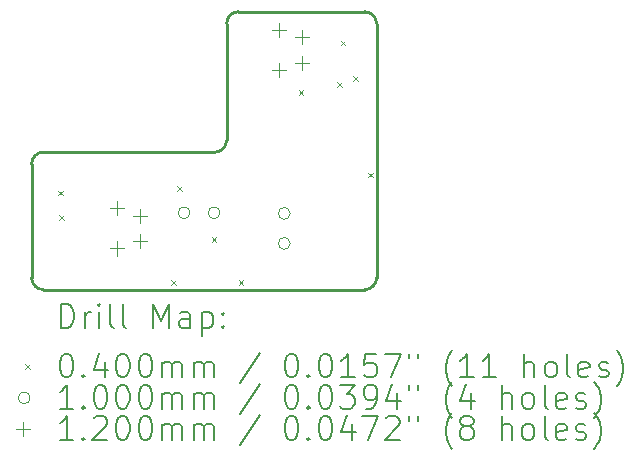
<source format=gbr>
%TF.GenerationSoftware,KiCad,Pcbnew,7.0.6*%
%TF.CreationDate,2024-04-06T17:48:30-04:00*%
%TF.ProjectId,rearbox_peripheral_io_side,72656172-626f-4785-9f70-657269706865,rev?*%
%TF.SameCoordinates,Original*%
%TF.FileFunction,Drillmap*%
%TF.FilePolarity,Positive*%
%FSLAX45Y45*%
G04 Gerber Fmt 4.5, Leading zero omitted, Abs format (unit mm)*
G04 Created by KiCad (PCBNEW 7.0.6) date 2024-04-06 17:48:30*
%MOMM*%
%LPD*%
G01*
G04 APERTURE LIST*
%ADD10C,0.250000*%
%ADD11C,0.200000*%
%ADD12C,0.040000*%
%ADD13C,0.100000*%
%ADD14C,0.120000*%
G04 APERTURE END LIST*
D10*
X10046640Y-6319520D02*
G75*
G03*
X9946640Y-6419520I0J-100000D01*
G01*
X11216640Y-6419520D02*
G75*
G03*
X11116640Y-6319520I-100000J0D01*
G01*
X9846640Y-7508240D02*
G75*
G03*
X9946640Y-7408240I0J100000D01*
G01*
X9946640Y-7408240D02*
X9946640Y-6419520D01*
X11116640Y-8671560D02*
G75*
G03*
X11216640Y-8571560I0J100000D01*
G01*
X11116640Y-8671560D02*
X8395640Y-8671560D01*
X9846640Y-7508240D02*
X8395640Y-7508240D01*
X11116640Y-6319520D02*
X10046640Y-6319520D01*
X8395640Y-7508240D02*
G75*
G03*
X8295640Y-7608240I0J-100000D01*
G01*
X8295640Y-7608240D02*
X8295640Y-8571560D01*
X8295640Y-8571560D02*
G75*
G03*
X8395640Y-8671560I100000J0D01*
G01*
X11216640Y-6419520D02*
X11216640Y-8571560D01*
D11*
D12*
X8519480Y-7833680D02*
X8559480Y-7873680D01*
X8559480Y-7833680D02*
X8519480Y-7873680D01*
X8529640Y-8041960D02*
X8569640Y-8081960D01*
X8569640Y-8041960D02*
X8529640Y-8081960D01*
X9474520Y-8590600D02*
X9514520Y-8630600D01*
X9514520Y-8590600D02*
X9474520Y-8630600D01*
X9525320Y-7793040D02*
X9565320Y-7833040D01*
X9565320Y-7793040D02*
X9525320Y-7833040D01*
X9819960Y-8224840D02*
X9859960Y-8264840D01*
X9859960Y-8224840D02*
X9819960Y-8264840D01*
X10048560Y-8590600D02*
X10088560Y-8630600D01*
X10088560Y-8590600D02*
X10048560Y-8630600D01*
X10556560Y-6985320D02*
X10596560Y-7025320D01*
X10596560Y-6985320D02*
X10556560Y-7025320D01*
X10881680Y-6914200D02*
X10921680Y-6954200D01*
X10921680Y-6914200D02*
X10881680Y-6954200D01*
X10912160Y-6563680D02*
X10952160Y-6603680D01*
X10952160Y-6563680D02*
X10912160Y-6603680D01*
X11018840Y-6863400D02*
X11058840Y-6903400D01*
X11058840Y-6863400D02*
X11018840Y-6903400D01*
X11145840Y-7681280D02*
X11185840Y-7721280D01*
X11185840Y-7681280D02*
X11145840Y-7721280D01*
D13*
X9636460Y-8021320D02*
G75*
G03*
X9636460Y-8021320I-50000J0D01*
G01*
X9890460Y-8021320D02*
G75*
G03*
X9890460Y-8021320I-50000J0D01*
G01*
X10484320Y-8026400D02*
G75*
G03*
X10484320Y-8026400I-50000J0D01*
G01*
X10484320Y-8280400D02*
G75*
G03*
X10484320Y-8280400I-50000J0D01*
G01*
D14*
X9019560Y-7923123D02*
X9019560Y-8043123D01*
X8959560Y-7983123D02*
X9079560Y-7983123D01*
X9019560Y-8263127D02*
X9019560Y-8383127D01*
X8959560Y-8323127D02*
X9079560Y-8323127D01*
X9214560Y-7985625D02*
X9214560Y-8105625D01*
X9154560Y-8045625D02*
X9274560Y-8045625D01*
X9214560Y-8200618D02*
X9214560Y-8320618D01*
X9154560Y-8260618D02*
X9274560Y-8260618D01*
X10392560Y-6412609D02*
X10392560Y-6532609D01*
X10332560Y-6472609D02*
X10452560Y-6472609D01*
X10392560Y-6752613D02*
X10392560Y-6872613D01*
X10332560Y-6812613D02*
X10452560Y-6812613D01*
X10587560Y-6475111D02*
X10587560Y-6595111D01*
X10527560Y-6535111D02*
X10647560Y-6535111D01*
X10587560Y-6690104D02*
X10587560Y-6810104D01*
X10527560Y-6750104D02*
X10647560Y-6750104D01*
D11*
X8543917Y-8995544D02*
X8543917Y-8795544D01*
X8543917Y-8795544D02*
X8591536Y-8795544D01*
X8591536Y-8795544D02*
X8620107Y-8805068D01*
X8620107Y-8805068D02*
X8639155Y-8824115D01*
X8639155Y-8824115D02*
X8648679Y-8843163D01*
X8648679Y-8843163D02*
X8658203Y-8881258D01*
X8658203Y-8881258D02*
X8658203Y-8909830D01*
X8658203Y-8909830D02*
X8648679Y-8947925D01*
X8648679Y-8947925D02*
X8639155Y-8966972D01*
X8639155Y-8966972D02*
X8620107Y-8986020D01*
X8620107Y-8986020D02*
X8591536Y-8995544D01*
X8591536Y-8995544D02*
X8543917Y-8995544D01*
X8743917Y-8995544D02*
X8743917Y-8862210D01*
X8743917Y-8900306D02*
X8753441Y-8881258D01*
X8753441Y-8881258D02*
X8762964Y-8871734D01*
X8762964Y-8871734D02*
X8782012Y-8862210D01*
X8782012Y-8862210D02*
X8801060Y-8862210D01*
X8867726Y-8995544D02*
X8867726Y-8862210D01*
X8867726Y-8795544D02*
X8858203Y-8805068D01*
X8858203Y-8805068D02*
X8867726Y-8814591D01*
X8867726Y-8814591D02*
X8877250Y-8805068D01*
X8877250Y-8805068D02*
X8867726Y-8795544D01*
X8867726Y-8795544D02*
X8867726Y-8814591D01*
X8991536Y-8995544D02*
X8972488Y-8986020D01*
X8972488Y-8986020D02*
X8962964Y-8966972D01*
X8962964Y-8966972D02*
X8962964Y-8795544D01*
X9096298Y-8995544D02*
X9077250Y-8986020D01*
X9077250Y-8986020D02*
X9067726Y-8966972D01*
X9067726Y-8966972D02*
X9067726Y-8795544D01*
X9324869Y-8995544D02*
X9324869Y-8795544D01*
X9324869Y-8795544D02*
X9391536Y-8938401D01*
X9391536Y-8938401D02*
X9458203Y-8795544D01*
X9458203Y-8795544D02*
X9458203Y-8995544D01*
X9639155Y-8995544D02*
X9639155Y-8890782D01*
X9639155Y-8890782D02*
X9629631Y-8871734D01*
X9629631Y-8871734D02*
X9610584Y-8862210D01*
X9610584Y-8862210D02*
X9572488Y-8862210D01*
X9572488Y-8862210D02*
X9553441Y-8871734D01*
X9639155Y-8986020D02*
X9620107Y-8995544D01*
X9620107Y-8995544D02*
X9572488Y-8995544D01*
X9572488Y-8995544D02*
X9553441Y-8986020D01*
X9553441Y-8986020D02*
X9543917Y-8966972D01*
X9543917Y-8966972D02*
X9543917Y-8947925D01*
X9543917Y-8947925D02*
X9553441Y-8928877D01*
X9553441Y-8928877D02*
X9572488Y-8919353D01*
X9572488Y-8919353D02*
X9620107Y-8919353D01*
X9620107Y-8919353D02*
X9639155Y-8909830D01*
X9734393Y-8862210D02*
X9734393Y-9062210D01*
X9734393Y-8871734D02*
X9753441Y-8862210D01*
X9753441Y-8862210D02*
X9791536Y-8862210D01*
X9791536Y-8862210D02*
X9810584Y-8871734D01*
X9810584Y-8871734D02*
X9820107Y-8881258D01*
X9820107Y-8881258D02*
X9829631Y-8900306D01*
X9829631Y-8900306D02*
X9829631Y-8957449D01*
X9829631Y-8957449D02*
X9820107Y-8976496D01*
X9820107Y-8976496D02*
X9810584Y-8986020D01*
X9810584Y-8986020D02*
X9791536Y-8995544D01*
X9791536Y-8995544D02*
X9753441Y-8995544D01*
X9753441Y-8995544D02*
X9734393Y-8986020D01*
X9915345Y-8976496D02*
X9924869Y-8986020D01*
X9924869Y-8986020D02*
X9915345Y-8995544D01*
X9915345Y-8995544D02*
X9905822Y-8986020D01*
X9905822Y-8986020D02*
X9915345Y-8976496D01*
X9915345Y-8976496D02*
X9915345Y-8995544D01*
X9915345Y-8871734D02*
X9924869Y-8881258D01*
X9924869Y-8881258D02*
X9915345Y-8890782D01*
X9915345Y-8890782D02*
X9905822Y-8881258D01*
X9905822Y-8881258D02*
X9915345Y-8871734D01*
X9915345Y-8871734D02*
X9915345Y-8890782D01*
D12*
X8243140Y-9304060D02*
X8283140Y-9344060D01*
X8283140Y-9304060D02*
X8243140Y-9344060D01*
D11*
X8582012Y-9215544D02*
X8601060Y-9215544D01*
X8601060Y-9215544D02*
X8620107Y-9225068D01*
X8620107Y-9225068D02*
X8629631Y-9234591D01*
X8629631Y-9234591D02*
X8639155Y-9253639D01*
X8639155Y-9253639D02*
X8648679Y-9291734D01*
X8648679Y-9291734D02*
X8648679Y-9339353D01*
X8648679Y-9339353D02*
X8639155Y-9377449D01*
X8639155Y-9377449D02*
X8629631Y-9396496D01*
X8629631Y-9396496D02*
X8620107Y-9406020D01*
X8620107Y-9406020D02*
X8601060Y-9415544D01*
X8601060Y-9415544D02*
X8582012Y-9415544D01*
X8582012Y-9415544D02*
X8562964Y-9406020D01*
X8562964Y-9406020D02*
X8553441Y-9396496D01*
X8553441Y-9396496D02*
X8543917Y-9377449D01*
X8543917Y-9377449D02*
X8534393Y-9339353D01*
X8534393Y-9339353D02*
X8534393Y-9291734D01*
X8534393Y-9291734D02*
X8543917Y-9253639D01*
X8543917Y-9253639D02*
X8553441Y-9234591D01*
X8553441Y-9234591D02*
X8562964Y-9225068D01*
X8562964Y-9225068D02*
X8582012Y-9215544D01*
X8734393Y-9396496D02*
X8743917Y-9406020D01*
X8743917Y-9406020D02*
X8734393Y-9415544D01*
X8734393Y-9415544D02*
X8724869Y-9406020D01*
X8724869Y-9406020D02*
X8734393Y-9396496D01*
X8734393Y-9396496D02*
X8734393Y-9415544D01*
X8915345Y-9282210D02*
X8915345Y-9415544D01*
X8867726Y-9206020D02*
X8820107Y-9348877D01*
X8820107Y-9348877D02*
X8943917Y-9348877D01*
X9058203Y-9215544D02*
X9077250Y-9215544D01*
X9077250Y-9215544D02*
X9096298Y-9225068D01*
X9096298Y-9225068D02*
X9105822Y-9234591D01*
X9105822Y-9234591D02*
X9115345Y-9253639D01*
X9115345Y-9253639D02*
X9124869Y-9291734D01*
X9124869Y-9291734D02*
X9124869Y-9339353D01*
X9124869Y-9339353D02*
X9115345Y-9377449D01*
X9115345Y-9377449D02*
X9105822Y-9396496D01*
X9105822Y-9396496D02*
X9096298Y-9406020D01*
X9096298Y-9406020D02*
X9077250Y-9415544D01*
X9077250Y-9415544D02*
X9058203Y-9415544D01*
X9058203Y-9415544D02*
X9039155Y-9406020D01*
X9039155Y-9406020D02*
X9029631Y-9396496D01*
X9029631Y-9396496D02*
X9020107Y-9377449D01*
X9020107Y-9377449D02*
X9010584Y-9339353D01*
X9010584Y-9339353D02*
X9010584Y-9291734D01*
X9010584Y-9291734D02*
X9020107Y-9253639D01*
X9020107Y-9253639D02*
X9029631Y-9234591D01*
X9029631Y-9234591D02*
X9039155Y-9225068D01*
X9039155Y-9225068D02*
X9058203Y-9215544D01*
X9248679Y-9215544D02*
X9267726Y-9215544D01*
X9267726Y-9215544D02*
X9286774Y-9225068D01*
X9286774Y-9225068D02*
X9296298Y-9234591D01*
X9296298Y-9234591D02*
X9305822Y-9253639D01*
X9305822Y-9253639D02*
X9315345Y-9291734D01*
X9315345Y-9291734D02*
X9315345Y-9339353D01*
X9315345Y-9339353D02*
X9305822Y-9377449D01*
X9305822Y-9377449D02*
X9296298Y-9396496D01*
X9296298Y-9396496D02*
X9286774Y-9406020D01*
X9286774Y-9406020D02*
X9267726Y-9415544D01*
X9267726Y-9415544D02*
X9248679Y-9415544D01*
X9248679Y-9415544D02*
X9229631Y-9406020D01*
X9229631Y-9406020D02*
X9220107Y-9396496D01*
X9220107Y-9396496D02*
X9210584Y-9377449D01*
X9210584Y-9377449D02*
X9201060Y-9339353D01*
X9201060Y-9339353D02*
X9201060Y-9291734D01*
X9201060Y-9291734D02*
X9210584Y-9253639D01*
X9210584Y-9253639D02*
X9220107Y-9234591D01*
X9220107Y-9234591D02*
X9229631Y-9225068D01*
X9229631Y-9225068D02*
X9248679Y-9215544D01*
X9401060Y-9415544D02*
X9401060Y-9282210D01*
X9401060Y-9301258D02*
X9410584Y-9291734D01*
X9410584Y-9291734D02*
X9429631Y-9282210D01*
X9429631Y-9282210D02*
X9458203Y-9282210D01*
X9458203Y-9282210D02*
X9477250Y-9291734D01*
X9477250Y-9291734D02*
X9486774Y-9310782D01*
X9486774Y-9310782D02*
X9486774Y-9415544D01*
X9486774Y-9310782D02*
X9496298Y-9291734D01*
X9496298Y-9291734D02*
X9515345Y-9282210D01*
X9515345Y-9282210D02*
X9543917Y-9282210D01*
X9543917Y-9282210D02*
X9562965Y-9291734D01*
X9562965Y-9291734D02*
X9572488Y-9310782D01*
X9572488Y-9310782D02*
X9572488Y-9415544D01*
X9667726Y-9415544D02*
X9667726Y-9282210D01*
X9667726Y-9301258D02*
X9677250Y-9291734D01*
X9677250Y-9291734D02*
X9696298Y-9282210D01*
X9696298Y-9282210D02*
X9724869Y-9282210D01*
X9724869Y-9282210D02*
X9743917Y-9291734D01*
X9743917Y-9291734D02*
X9753441Y-9310782D01*
X9753441Y-9310782D02*
X9753441Y-9415544D01*
X9753441Y-9310782D02*
X9762965Y-9291734D01*
X9762965Y-9291734D02*
X9782012Y-9282210D01*
X9782012Y-9282210D02*
X9810584Y-9282210D01*
X9810584Y-9282210D02*
X9829631Y-9291734D01*
X9829631Y-9291734D02*
X9839155Y-9310782D01*
X9839155Y-9310782D02*
X9839155Y-9415544D01*
X10229631Y-9206020D02*
X10058203Y-9463163D01*
X10486774Y-9215544D02*
X10505822Y-9215544D01*
X10505822Y-9215544D02*
X10524869Y-9225068D01*
X10524869Y-9225068D02*
X10534393Y-9234591D01*
X10534393Y-9234591D02*
X10543917Y-9253639D01*
X10543917Y-9253639D02*
X10553441Y-9291734D01*
X10553441Y-9291734D02*
X10553441Y-9339353D01*
X10553441Y-9339353D02*
X10543917Y-9377449D01*
X10543917Y-9377449D02*
X10534393Y-9396496D01*
X10534393Y-9396496D02*
X10524869Y-9406020D01*
X10524869Y-9406020D02*
X10505822Y-9415544D01*
X10505822Y-9415544D02*
X10486774Y-9415544D01*
X10486774Y-9415544D02*
X10467727Y-9406020D01*
X10467727Y-9406020D02*
X10458203Y-9396496D01*
X10458203Y-9396496D02*
X10448679Y-9377449D01*
X10448679Y-9377449D02*
X10439155Y-9339353D01*
X10439155Y-9339353D02*
X10439155Y-9291734D01*
X10439155Y-9291734D02*
X10448679Y-9253639D01*
X10448679Y-9253639D02*
X10458203Y-9234591D01*
X10458203Y-9234591D02*
X10467727Y-9225068D01*
X10467727Y-9225068D02*
X10486774Y-9215544D01*
X10639155Y-9396496D02*
X10648679Y-9406020D01*
X10648679Y-9406020D02*
X10639155Y-9415544D01*
X10639155Y-9415544D02*
X10629631Y-9406020D01*
X10629631Y-9406020D02*
X10639155Y-9396496D01*
X10639155Y-9396496D02*
X10639155Y-9415544D01*
X10772488Y-9215544D02*
X10791536Y-9215544D01*
X10791536Y-9215544D02*
X10810584Y-9225068D01*
X10810584Y-9225068D02*
X10820108Y-9234591D01*
X10820108Y-9234591D02*
X10829631Y-9253639D01*
X10829631Y-9253639D02*
X10839155Y-9291734D01*
X10839155Y-9291734D02*
X10839155Y-9339353D01*
X10839155Y-9339353D02*
X10829631Y-9377449D01*
X10829631Y-9377449D02*
X10820108Y-9396496D01*
X10820108Y-9396496D02*
X10810584Y-9406020D01*
X10810584Y-9406020D02*
X10791536Y-9415544D01*
X10791536Y-9415544D02*
X10772488Y-9415544D01*
X10772488Y-9415544D02*
X10753441Y-9406020D01*
X10753441Y-9406020D02*
X10743917Y-9396496D01*
X10743917Y-9396496D02*
X10734393Y-9377449D01*
X10734393Y-9377449D02*
X10724869Y-9339353D01*
X10724869Y-9339353D02*
X10724869Y-9291734D01*
X10724869Y-9291734D02*
X10734393Y-9253639D01*
X10734393Y-9253639D02*
X10743917Y-9234591D01*
X10743917Y-9234591D02*
X10753441Y-9225068D01*
X10753441Y-9225068D02*
X10772488Y-9215544D01*
X11029631Y-9415544D02*
X10915346Y-9415544D01*
X10972488Y-9415544D02*
X10972488Y-9215544D01*
X10972488Y-9215544D02*
X10953441Y-9244115D01*
X10953441Y-9244115D02*
X10934393Y-9263163D01*
X10934393Y-9263163D02*
X10915346Y-9272687D01*
X11210584Y-9215544D02*
X11115346Y-9215544D01*
X11115346Y-9215544D02*
X11105822Y-9310782D01*
X11105822Y-9310782D02*
X11115346Y-9301258D01*
X11115346Y-9301258D02*
X11134393Y-9291734D01*
X11134393Y-9291734D02*
X11182012Y-9291734D01*
X11182012Y-9291734D02*
X11201060Y-9301258D01*
X11201060Y-9301258D02*
X11210584Y-9310782D01*
X11210584Y-9310782D02*
X11220107Y-9329830D01*
X11220107Y-9329830D02*
X11220107Y-9377449D01*
X11220107Y-9377449D02*
X11210584Y-9396496D01*
X11210584Y-9396496D02*
X11201060Y-9406020D01*
X11201060Y-9406020D02*
X11182012Y-9415544D01*
X11182012Y-9415544D02*
X11134393Y-9415544D01*
X11134393Y-9415544D02*
X11115346Y-9406020D01*
X11115346Y-9406020D02*
X11105822Y-9396496D01*
X11286774Y-9215544D02*
X11420107Y-9215544D01*
X11420107Y-9215544D02*
X11334393Y-9415544D01*
X11486774Y-9215544D02*
X11486774Y-9253639D01*
X11562965Y-9215544D02*
X11562965Y-9253639D01*
X11858203Y-9491734D02*
X11848679Y-9482210D01*
X11848679Y-9482210D02*
X11829631Y-9453639D01*
X11829631Y-9453639D02*
X11820108Y-9434591D01*
X11820108Y-9434591D02*
X11810584Y-9406020D01*
X11810584Y-9406020D02*
X11801060Y-9358401D01*
X11801060Y-9358401D02*
X11801060Y-9320306D01*
X11801060Y-9320306D02*
X11810584Y-9272687D01*
X11810584Y-9272687D02*
X11820108Y-9244115D01*
X11820108Y-9244115D02*
X11829631Y-9225068D01*
X11829631Y-9225068D02*
X11848679Y-9196496D01*
X11848679Y-9196496D02*
X11858203Y-9186972D01*
X12039155Y-9415544D02*
X11924869Y-9415544D01*
X11982012Y-9415544D02*
X11982012Y-9215544D01*
X11982012Y-9215544D02*
X11962965Y-9244115D01*
X11962965Y-9244115D02*
X11943917Y-9263163D01*
X11943917Y-9263163D02*
X11924869Y-9272687D01*
X12229631Y-9415544D02*
X12115346Y-9415544D01*
X12172488Y-9415544D02*
X12172488Y-9215544D01*
X12172488Y-9215544D02*
X12153441Y-9244115D01*
X12153441Y-9244115D02*
X12134393Y-9263163D01*
X12134393Y-9263163D02*
X12115346Y-9272687D01*
X12467727Y-9415544D02*
X12467727Y-9215544D01*
X12553441Y-9415544D02*
X12553441Y-9310782D01*
X12553441Y-9310782D02*
X12543917Y-9291734D01*
X12543917Y-9291734D02*
X12524870Y-9282210D01*
X12524870Y-9282210D02*
X12496298Y-9282210D01*
X12496298Y-9282210D02*
X12477250Y-9291734D01*
X12477250Y-9291734D02*
X12467727Y-9301258D01*
X12677250Y-9415544D02*
X12658203Y-9406020D01*
X12658203Y-9406020D02*
X12648679Y-9396496D01*
X12648679Y-9396496D02*
X12639155Y-9377449D01*
X12639155Y-9377449D02*
X12639155Y-9320306D01*
X12639155Y-9320306D02*
X12648679Y-9301258D01*
X12648679Y-9301258D02*
X12658203Y-9291734D01*
X12658203Y-9291734D02*
X12677250Y-9282210D01*
X12677250Y-9282210D02*
X12705822Y-9282210D01*
X12705822Y-9282210D02*
X12724870Y-9291734D01*
X12724870Y-9291734D02*
X12734393Y-9301258D01*
X12734393Y-9301258D02*
X12743917Y-9320306D01*
X12743917Y-9320306D02*
X12743917Y-9377449D01*
X12743917Y-9377449D02*
X12734393Y-9396496D01*
X12734393Y-9396496D02*
X12724870Y-9406020D01*
X12724870Y-9406020D02*
X12705822Y-9415544D01*
X12705822Y-9415544D02*
X12677250Y-9415544D01*
X12858203Y-9415544D02*
X12839155Y-9406020D01*
X12839155Y-9406020D02*
X12829631Y-9386972D01*
X12829631Y-9386972D02*
X12829631Y-9215544D01*
X13010584Y-9406020D02*
X12991536Y-9415544D01*
X12991536Y-9415544D02*
X12953441Y-9415544D01*
X12953441Y-9415544D02*
X12934393Y-9406020D01*
X12934393Y-9406020D02*
X12924870Y-9386972D01*
X12924870Y-9386972D02*
X12924870Y-9310782D01*
X12924870Y-9310782D02*
X12934393Y-9291734D01*
X12934393Y-9291734D02*
X12953441Y-9282210D01*
X12953441Y-9282210D02*
X12991536Y-9282210D01*
X12991536Y-9282210D02*
X13010584Y-9291734D01*
X13010584Y-9291734D02*
X13020108Y-9310782D01*
X13020108Y-9310782D02*
X13020108Y-9329830D01*
X13020108Y-9329830D02*
X12924870Y-9348877D01*
X13096298Y-9406020D02*
X13115346Y-9415544D01*
X13115346Y-9415544D02*
X13153441Y-9415544D01*
X13153441Y-9415544D02*
X13172489Y-9406020D01*
X13172489Y-9406020D02*
X13182012Y-9386972D01*
X13182012Y-9386972D02*
X13182012Y-9377449D01*
X13182012Y-9377449D02*
X13172489Y-9358401D01*
X13172489Y-9358401D02*
X13153441Y-9348877D01*
X13153441Y-9348877D02*
X13124870Y-9348877D01*
X13124870Y-9348877D02*
X13105822Y-9339353D01*
X13105822Y-9339353D02*
X13096298Y-9320306D01*
X13096298Y-9320306D02*
X13096298Y-9310782D01*
X13096298Y-9310782D02*
X13105822Y-9291734D01*
X13105822Y-9291734D02*
X13124870Y-9282210D01*
X13124870Y-9282210D02*
X13153441Y-9282210D01*
X13153441Y-9282210D02*
X13172489Y-9291734D01*
X13248679Y-9491734D02*
X13258203Y-9482210D01*
X13258203Y-9482210D02*
X13277251Y-9453639D01*
X13277251Y-9453639D02*
X13286774Y-9434591D01*
X13286774Y-9434591D02*
X13296298Y-9406020D01*
X13296298Y-9406020D02*
X13305822Y-9358401D01*
X13305822Y-9358401D02*
X13305822Y-9320306D01*
X13305822Y-9320306D02*
X13296298Y-9272687D01*
X13296298Y-9272687D02*
X13286774Y-9244115D01*
X13286774Y-9244115D02*
X13277251Y-9225068D01*
X13277251Y-9225068D02*
X13258203Y-9196496D01*
X13258203Y-9196496D02*
X13248679Y-9186972D01*
D13*
X8283140Y-9588060D02*
G75*
G03*
X8283140Y-9588060I-50000J0D01*
G01*
D11*
X8648679Y-9679544D02*
X8534393Y-9679544D01*
X8591536Y-9679544D02*
X8591536Y-9479544D01*
X8591536Y-9479544D02*
X8572488Y-9508115D01*
X8572488Y-9508115D02*
X8553441Y-9527163D01*
X8553441Y-9527163D02*
X8534393Y-9536687D01*
X8734393Y-9660496D02*
X8743917Y-9670020D01*
X8743917Y-9670020D02*
X8734393Y-9679544D01*
X8734393Y-9679544D02*
X8724869Y-9670020D01*
X8724869Y-9670020D02*
X8734393Y-9660496D01*
X8734393Y-9660496D02*
X8734393Y-9679544D01*
X8867726Y-9479544D02*
X8886774Y-9479544D01*
X8886774Y-9479544D02*
X8905822Y-9489068D01*
X8905822Y-9489068D02*
X8915345Y-9498591D01*
X8915345Y-9498591D02*
X8924869Y-9517639D01*
X8924869Y-9517639D02*
X8934393Y-9555734D01*
X8934393Y-9555734D02*
X8934393Y-9603353D01*
X8934393Y-9603353D02*
X8924869Y-9641449D01*
X8924869Y-9641449D02*
X8915345Y-9660496D01*
X8915345Y-9660496D02*
X8905822Y-9670020D01*
X8905822Y-9670020D02*
X8886774Y-9679544D01*
X8886774Y-9679544D02*
X8867726Y-9679544D01*
X8867726Y-9679544D02*
X8848679Y-9670020D01*
X8848679Y-9670020D02*
X8839155Y-9660496D01*
X8839155Y-9660496D02*
X8829631Y-9641449D01*
X8829631Y-9641449D02*
X8820107Y-9603353D01*
X8820107Y-9603353D02*
X8820107Y-9555734D01*
X8820107Y-9555734D02*
X8829631Y-9517639D01*
X8829631Y-9517639D02*
X8839155Y-9498591D01*
X8839155Y-9498591D02*
X8848679Y-9489068D01*
X8848679Y-9489068D02*
X8867726Y-9479544D01*
X9058203Y-9479544D02*
X9077250Y-9479544D01*
X9077250Y-9479544D02*
X9096298Y-9489068D01*
X9096298Y-9489068D02*
X9105822Y-9498591D01*
X9105822Y-9498591D02*
X9115345Y-9517639D01*
X9115345Y-9517639D02*
X9124869Y-9555734D01*
X9124869Y-9555734D02*
X9124869Y-9603353D01*
X9124869Y-9603353D02*
X9115345Y-9641449D01*
X9115345Y-9641449D02*
X9105822Y-9660496D01*
X9105822Y-9660496D02*
X9096298Y-9670020D01*
X9096298Y-9670020D02*
X9077250Y-9679544D01*
X9077250Y-9679544D02*
X9058203Y-9679544D01*
X9058203Y-9679544D02*
X9039155Y-9670020D01*
X9039155Y-9670020D02*
X9029631Y-9660496D01*
X9029631Y-9660496D02*
X9020107Y-9641449D01*
X9020107Y-9641449D02*
X9010584Y-9603353D01*
X9010584Y-9603353D02*
X9010584Y-9555734D01*
X9010584Y-9555734D02*
X9020107Y-9517639D01*
X9020107Y-9517639D02*
X9029631Y-9498591D01*
X9029631Y-9498591D02*
X9039155Y-9489068D01*
X9039155Y-9489068D02*
X9058203Y-9479544D01*
X9248679Y-9479544D02*
X9267726Y-9479544D01*
X9267726Y-9479544D02*
X9286774Y-9489068D01*
X9286774Y-9489068D02*
X9296298Y-9498591D01*
X9296298Y-9498591D02*
X9305822Y-9517639D01*
X9305822Y-9517639D02*
X9315345Y-9555734D01*
X9315345Y-9555734D02*
X9315345Y-9603353D01*
X9315345Y-9603353D02*
X9305822Y-9641449D01*
X9305822Y-9641449D02*
X9296298Y-9660496D01*
X9296298Y-9660496D02*
X9286774Y-9670020D01*
X9286774Y-9670020D02*
X9267726Y-9679544D01*
X9267726Y-9679544D02*
X9248679Y-9679544D01*
X9248679Y-9679544D02*
X9229631Y-9670020D01*
X9229631Y-9670020D02*
X9220107Y-9660496D01*
X9220107Y-9660496D02*
X9210584Y-9641449D01*
X9210584Y-9641449D02*
X9201060Y-9603353D01*
X9201060Y-9603353D02*
X9201060Y-9555734D01*
X9201060Y-9555734D02*
X9210584Y-9517639D01*
X9210584Y-9517639D02*
X9220107Y-9498591D01*
X9220107Y-9498591D02*
X9229631Y-9489068D01*
X9229631Y-9489068D02*
X9248679Y-9479544D01*
X9401060Y-9679544D02*
X9401060Y-9546210D01*
X9401060Y-9565258D02*
X9410584Y-9555734D01*
X9410584Y-9555734D02*
X9429631Y-9546210D01*
X9429631Y-9546210D02*
X9458203Y-9546210D01*
X9458203Y-9546210D02*
X9477250Y-9555734D01*
X9477250Y-9555734D02*
X9486774Y-9574782D01*
X9486774Y-9574782D02*
X9486774Y-9679544D01*
X9486774Y-9574782D02*
X9496298Y-9555734D01*
X9496298Y-9555734D02*
X9515345Y-9546210D01*
X9515345Y-9546210D02*
X9543917Y-9546210D01*
X9543917Y-9546210D02*
X9562965Y-9555734D01*
X9562965Y-9555734D02*
X9572488Y-9574782D01*
X9572488Y-9574782D02*
X9572488Y-9679544D01*
X9667726Y-9679544D02*
X9667726Y-9546210D01*
X9667726Y-9565258D02*
X9677250Y-9555734D01*
X9677250Y-9555734D02*
X9696298Y-9546210D01*
X9696298Y-9546210D02*
X9724869Y-9546210D01*
X9724869Y-9546210D02*
X9743917Y-9555734D01*
X9743917Y-9555734D02*
X9753441Y-9574782D01*
X9753441Y-9574782D02*
X9753441Y-9679544D01*
X9753441Y-9574782D02*
X9762965Y-9555734D01*
X9762965Y-9555734D02*
X9782012Y-9546210D01*
X9782012Y-9546210D02*
X9810584Y-9546210D01*
X9810584Y-9546210D02*
X9829631Y-9555734D01*
X9829631Y-9555734D02*
X9839155Y-9574782D01*
X9839155Y-9574782D02*
X9839155Y-9679544D01*
X10229631Y-9470020D02*
X10058203Y-9727163D01*
X10486774Y-9479544D02*
X10505822Y-9479544D01*
X10505822Y-9479544D02*
X10524869Y-9489068D01*
X10524869Y-9489068D02*
X10534393Y-9498591D01*
X10534393Y-9498591D02*
X10543917Y-9517639D01*
X10543917Y-9517639D02*
X10553441Y-9555734D01*
X10553441Y-9555734D02*
X10553441Y-9603353D01*
X10553441Y-9603353D02*
X10543917Y-9641449D01*
X10543917Y-9641449D02*
X10534393Y-9660496D01*
X10534393Y-9660496D02*
X10524869Y-9670020D01*
X10524869Y-9670020D02*
X10505822Y-9679544D01*
X10505822Y-9679544D02*
X10486774Y-9679544D01*
X10486774Y-9679544D02*
X10467727Y-9670020D01*
X10467727Y-9670020D02*
X10458203Y-9660496D01*
X10458203Y-9660496D02*
X10448679Y-9641449D01*
X10448679Y-9641449D02*
X10439155Y-9603353D01*
X10439155Y-9603353D02*
X10439155Y-9555734D01*
X10439155Y-9555734D02*
X10448679Y-9517639D01*
X10448679Y-9517639D02*
X10458203Y-9498591D01*
X10458203Y-9498591D02*
X10467727Y-9489068D01*
X10467727Y-9489068D02*
X10486774Y-9479544D01*
X10639155Y-9660496D02*
X10648679Y-9670020D01*
X10648679Y-9670020D02*
X10639155Y-9679544D01*
X10639155Y-9679544D02*
X10629631Y-9670020D01*
X10629631Y-9670020D02*
X10639155Y-9660496D01*
X10639155Y-9660496D02*
X10639155Y-9679544D01*
X10772488Y-9479544D02*
X10791536Y-9479544D01*
X10791536Y-9479544D02*
X10810584Y-9489068D01*
X10810584Y-9489068D02*
X10820108Y-9498591D01*
X10820108Y-9498591D02*
X10829631Y-9517639D01*
X10829631Y-9517639D02*
X10839155Y-9555734D01*
X10839155Y-9555734D02*
X10839155Y-9603353D01*
X10839155Y-9603353D02*
X10829631Y-9641449D01*
X10829631Y-9641449D02*
X10820108Y-9660496D01*
X10820108Y-9660496D02*
X10810584Y-9670020D01*
X10810584Y-9670020D02*
X10791536Y-9679544D01*
X10791536Y-9679544D02*
X10772488Y-9679544D01*
X10772488Y-9679544D02*
X10753441Y-9670020D01*
X10753441Y-9670020D02*
X10743917Y-9660496D01*
X10743917Y-9660496D02*
X10734393Y-9641449D01*
X10734393Y-9641449D02*
X10724869Y-9603353D01*
X10724869Y-9603353D02*
X10724869Y-9555734D01*
X10724869Y-9555734D02*
X10734393Y-9517639D01*
X10734393Y-9517639D02*
X10743917Y-9498591D01*
X10743917Y-9498591D02*
X10753441Y-9489068D01*
X10753441Y-9489068D02*
X10772488Y-9479544D01*
X10905822Y-9479544D02*
X11029631Y-9479544D01*
X11029631Y-9479544D02*
X10962965Y-9555734D01*
X10962965Y-9555734D02*
X10991536Y-9555734D01*
X10991536Y-9555734D02*
X11010584Y-9565258D01*
X11010584Y-9565258D02*
X11020108Y-9574782D01*
X11020108Y-9574782D02*
X11029631Y-9593830D01*
X11029631Y-9593830D02*
X11029631Y-9641449D01*
X11029631Y-9641449D02*
X11020108Y-9660496D01*
X11020108Y-9660496D02*
X11010584Y-9670020D01*
X11010584Y-9670020D02*
X10991536Y-9679544D01*
X10991536Y-9679544D02*
X10934393Y-9679544D01*
X10934393Y-9679544D02*
X10915346Y-9670020D01*
X10915346Y-9670020D02*
X10905822Y-9660496D01*
X11124869Y-9679544D02*
X11162965Y-9679544D01*
X11162965Y-9679544D02*
X11182012Y-9670020D01*
X11182012Y-9670020D02*
X11191536Y-9660496D01*
X11191536Y-9660496D02*
X11210584Y-9631925D01*
X11210584Y-9631925D02*
X11220107Y-9593830D01*
X11220107Y-9593830D02*
X11220107Y-9517639D01*
X11220107Y-9517639D02*
X11210584Y-9498591D01*
X11210584Y-9498591D02*
X11201060Y-9489068D01*
X11201060Y-9489068D02*
X11182012Y-9479544D01*
X11182012Y-9479544D02*
X11143917Y-9479544D01*
X11143917Y-9479544D02*
X11124869Y-9489068D01*
X11124869Y-9489068D02*
X11115346Y-9498591D01*
X11115346Y-9498591D02*
X11105822Y-9517639D01*
X11105822Y-9517639D02*
X11105822Y-9565258D01*
X11105822Y-9565258D02*
X11115346Y-9584306D01*
X11115346Y-9584306D02*
X11124869Y-9593830D01*
X11124869Y-9593830D02*
X11143917Y-9603353D01*
X11143917Y-9603353D02*
X11182012Y-9603353D01*
X11182012Y-9603353D02*
X11201060Y-9593830D01*
X11201060Y-9593830D02*
X11210584Y-9584306D01*
X11210584Y-9584306D02*
X11220107Y-9565258D01*
X11391536Y-9546210D02*
X11391536Y-9679544D01*
X11343917Y-9470020D02*
X11296298Y-9612877D01*
X11296298Y-9612877D02*
X11420107Y-9612877D01*
X11486774Y-9479544D02*
X11486774Y-9517639D01*
X11562965Y-9479544D02*
X11562965Y-9517639D01*
X11858203Y-9755734D02*
X11848679Y-9746210D01*
X11848679Y-9746210D02*
X11829631Y-9717639D01*
X11829631Y-9717639D02*
X11820108Y-9698591D01*
X11820108Y-9698591D02*
X11810584Y-9670020D01*
X11810584Y-9670020D02*
X11801060Y-9622401D01*
X11801060Y-9622401D02*
X11801060Y-9584306D01*
X11801060Y-9584306D02*
X11810584Y-9536687D01*
X11810584Y-9536687D02*
X11820108Y-9508115D01*
X11820108Y-9508115D02*
X11829631Y-9489068D01*
X11829631Y-9489068D02*
X11848679Y-9460496D01*
X11848679Y-9460496D02*
X11858203Y-9450972D01*
X12020108Y-9546210D02*
X12020108Y-9679544D01*
X11972488Y-9470020D02*
X11924869Y-9612877D01*
X11924869Y-9612877D02*
X12048679Y-9612877D01*
X12277250Y-9679544D02*
X12277250Y-9479544D01*
X12362965Y-9679544D02*
X12362965Y-9574782D01*
X12362965Y-9574782D02*
X12353441Y-9555734D01*
X12353441Y-9555734D02*
X12334393Y-9546210D01*
X12334393Y-9546210D02*
X12305822Y-9546210D01*
X12305822Y-9546210D02*
X12286774Y-9555734D01*
X12286774Y-9555734D02*
X12277250Y-9565258D01*
X12486774Y-9679544D02*
X12467727Y-9670020D01*
X12467727Y-9670020D02*
X12458203Y-9660496D01*
X12458203Y-9660496D02*
X12448679Y-9641449D01*
X12448679Y-9641449D02*
X12448679Y-9584306D01*
X12448679Y-9584306D02*
X12458203Y-9565258D01*
X12458203Y-9565258D02*
X12467727Y-9555734D01*
X12467727Y-9555734D02*
X12486774Y-9546210D01*
X12486774Y-9546210D02*
X12515346Y-9546210D01*
X12515346Y-9546210D02*
X12534393Y-9555734D01*
X12534393Y-9555734D02*
X12543917Y-9565258D01*
X12543917Y-9565258D02*
X12553441Y-9584306D01*
X12553441Y-9584306D02*
X12553441Y-9641449D01*
X12553441Y-9641449D02*
X12543917Y-9660496D01*
X12543917Y-9660496D02*
X12534393Y-9670020D01*
X12534393Y-9670020D02*
X12515346Y-9679544D01*
X12515346Y-9679544D02*
X12486774Y-9679544D01*
X12667727Y-9679544D02*
X12648679Y-9670020D01*
X12648679Y-9670020D02*
X12639155Y-9650972D01*
X12639155Y-9650972D02*
X12639155Y-9479544D01*
X12820108Y-9670020D02*
X12801060Y-9679544D01*
X12801060Y-9679544D02*
X12762965Y-9679544D01*
X12762965Y-9679544D02*
X12743917Y-9670020D01*
X12743917Y-9670020D02*
X12734393Y-9650972D01*
X12734393Y-9650972D02*
X12734393Y-9574782D01*
X12734393Y-9574782D02*
X12743917Y-9555734D01*
X12743917Y-9555734D02*
X12762965Y-9546210D01*
X12762965Y-9546210D02*
X12801060Y-9546210D01*
X12801060Y-9546210D02*
X12820108Y-9555734D01*
X12820108Y-9555734D02*
X12829631Y-9574782D01*
X12829631Y-9574782D02*
X12829631Y-9593830D01*
X12829631Y-9593830D02*
X12734393Y-9612877D01*
X12905822Y-9670020D02*
X12924870Y-9679544D01*
X12924870Y-9679544D02*
X12962965Y-9679544D01*
X12962965Y-9679544D02*
X12982012Y-9670020D01*
X12982012Y-9670020D02*
X12991536Y-9650972D01*
X12991536Y-9650972D02*
X12991536Y-9641449D01*
X12991536Y-9641449D02*
X12982012Y-9622401D01*
X12982012Y-9622401D02*
X12962965Y-9612877D01*
X12962965Y-9612877D02*
X12934393Y-9612877D01*
X12934393Y-9612877D02*
X12915346Y-9603353D01*
X12915346Y-9603353D02*
X12905822Y-9584306D01*
X12905822Y-9584306D02*
X12905822Y-9574782D01*
X12905822Y-9574782D02*
X12915346Y-9555734D01*
X12915346Y-9555734D02*
X12934393Y-9546210D01*
X12934393Y-9546210D02*
X12962965Y-9546210D01*
X12962965Y-9546210D02*
X12982012Y-9555734D01*
X13058203Y-9755734D02*
X13067727Y-9746210D01*
X13067727Y-9746210D02*
X13086774Y-9717639D01*
X13086774Y-9717639D02*
X13096298Y-9698591D01*
X13096298Y-9698591D02*
X13105822Y-9670020D01*
X13105822Y-9670020D02*
X13115346Y-9622401D01*
X13115346Y-9622401D02*
X13115346Y-9584306D01*
X13115346Y-9584306D02*
X13105822Y-9536687D01*
X13105822Y-9536687D02*
X13096298Y-9508115D01*
X13096298Y-9508115D02*
X13086774Y-9489068D01*
X13086774Y-9489068D02*
X13067727Y-9460496D01*
X13067727Y-9460496D02*
X13058203Y-9450972D01*
D14*
X8223140Y-9792060D02*
X8223140Y-9912060D01*
X8163140Y-9852060D02*
X8283140Y-9852060D01*
D11*
X8648679Y-9943544D02*
X8534393Y-9943544D01*
X8591536Y-9943544D02*
X8591536Y-9743544D01*
X8591536Y-9743544D02*
X8572488Y-9772115D01*
X8572488Y-9772115D02*
X8553441Y-9791163D01*
X8553441Y-9791163D02*
X8534393Y-9800687D01*
X8734393Y-9924496D02*
X8743917Y-9934020D01*
X8743917Y-9934020D02*
X8734393Y-9943544D01*
X8734393Y-9943544D02*
X8724869Y-9934020D01*
X8724869Y-9934020D02*
X8734393Y-9924496D01*
X8734393Y-9924496D02*
X8734393Y-9943544D01*
X8820107Y-9762591D02*
X8829631Y-9753068D01*
X8829631Y-9753068D02*
X8848679Y-9743544D01*
X8848679Y-9743544D02*
X8896298Y-9743544D01*
X8896298Y-9743544D02*
X8915345Y-9753068D01*
X8915345Y-9753068D02*
X8924869Y-9762591D01*
X8924869Y-9762591D02*
X8934393Y-9781639D01*
X8934393Y-9781639D02*
X8934393Y-9800687D01*
X8934393Y-9800687D02*
X8924869Y-9829258D01*
X8924869Y-9829258D02*
X8810584Y-9943544D01*
X8810584Y-9943544D02*
X8934393Y-9943544D01*
X9058203Y-9743544D02*
X9077250Y-9743544D01*
X9077250Y-9743544D02*
X9096298Y-9753068D01*
X9096298Y-9753068D02*
X9105822Y-9762591D01*
X9105822Y-9762591D02*
X9115345Y-9781639D01*
X9115345Y-9781639D02*
X9124869Y-9819734D01*
X9124869Y-9819734D02*
X9124869Y-9867353D01*
X9124869Y-9867353D02*
X9115345Y-9905449D01*
X9115345Y-9905449D02*
X9105822Y-9924496D01*
X9105822Y-9924496D02*
X9096298Y-9934020D01*
X9096298Y-9934020D02*
X9077250Y-9943544D01*
X9077250Y-9943544D02*
X9058203Y-9943544D01*
X9058203Y-9943544D02*
X9039155Y-9934020D01*
X9039155Y-9934020D02*
X9029631Y-9924496D01*
X9029631Y-9924496D02*
X9020107Y-9905449D01*
X9020107Y-9905449D02*
X9010584Y-9867353D01*
X9010584Y-9867353D02*
X9010584Y-9819734D01*
X9010584Y-9819734D02*
X9020107Y-9781639D01*
X9020107Y-9781639D02*
X9029631Y-9762591D01*
X9029631Y-9762591D02*
X9039155Y-9753068D01*
X9039155Y-9753068D02*
X9058203Y-9743544D01*
X9248679Y-9743544D02*
X9267726Y-9743544D01*
X9267726Y-9743544D02*
X9286774Y-9753068D01*
X9286774Y-9753068D02*
X9296298Y-9762591D01*
X9296298Y-9762591D02*
X9305822Y-9781639D01*
X9305822Y-9781639D02*
X9315345Y-9819734D01*
X9315345Y-9819734D02*
X9315345Y-9867353D01*
X9315345Y-9867353D02*
X9305822Y-9905449D01*
X9305822Y-9905449D02*
X9296298Y-9924496D01*
X9296298Y-9924496D02*
X9286774Y-9934020D01*
X9286774Y-9934020D02*
X9267726Y-9943544D01*
X9267726Y-9943544D02*
X9248679Y-9943544D01*
X9248679Y-9943544D02*
X9229631Y-9934020D01*
X9229631Y-9934020D02*
X9220107Y-9924496D01*
X9220107Y-9924496D02*
X9210584Y-9905449D01*
X9210584Y-9905449D02*
X9201060Y-9867353D01*
X9201060Y-9867353D02*
X9201060Y-9819734D01*
X9201060Y-9819734D02*
X9210584Y-9781639D01*
X9210584Y-9781639D02*
X9220107Y-9762591D01*
X9220107Y-9762591D02*
X9229631Y-9753068D01*
X9229631Y-9753068D02*
X9248679Y-9743544D01*
X9401060Y-9943544D02*
X9401060Y-9810210D01*
X9401060Y-9829258D02*
X9410584Y-9819734D01*
X9410584Y-9819734D02*
X9429631Y-9810210D01*
X9429631Y-9810210D02*
X9458203Y-9810210D01*
X9458203Y-9810210D02*
X9477250Y-9819734D01*
X9477250Y-9819734D02*
X9486774Y-9838782D01*
X9486774Y-9838782D02*
X9486774Y-9943544D01*
X9486774Y-9838782D02*
X9496298Y-9819734D01*
X9496298Y-9819734D02*
X9515345Y-9810210D01*
X9515345Y-9810210D02*
X9543917Y-9810210D01*
X9543917Y-9810210D02*
X9562965Y-9819734D01*
X9562965Y-9819734D02*
X9572488Y-9838782D01*
X9572488Y-9838782D02*
X9572488Y-9943544D01*
X9667726Y-9943544D02*
X9667726Y-9810210D01*
X9667726Y-9829258D02*
X9677250Y-9819734D01*
X9677250Y-9819734D02*
X9696298Y-9810210D01*
X9696298Y-9810210D02*
X9724869Y-9810210D01*
X9724869Y-9810210D02*
X9743917Y-9819734D01*
X9743917Y-9819734D02*
X9753441Y-9838782D01*
X9753441Y-9838782D02*
X9753441Y-9943544D01*
X9753441Y-9838782D02*
X9762965Y-9819734D01*
X9762965Y-9819734D02*
X9782012Y-9810210D01*
X9782012Y-9810210D02*
X9810584Y-9810210D01*
X9810584Y-9810210D02*
X9829631Y-9819734D01*
X9829631Y-9819734D02*
X9839155Y-9838782D01*
X9839155Y-9838782D02*
X9839155Y-9943544D01*
X10229631Y-9734020D02*
X10058203Y-9991163D01*
X10486774Y-9743544D02*
X10505822Y-9743544D01*
X10505822Y-9743544D02*
X10524869Y-9753068D01*
X10524869Y-9753068D02*
X10534393Y-9762591D01*
X10534393Y-9762591D02*
X10543917Y-9781639D01*
X10543917Y-9781639D02*
X10553441Y-9819734D01*
X10553441Y-9819734D02*
X10553441Y-9867353D01*
X10553441Y-9867353D02*
X10543917Y-9905449D01*
X10543917Y-9905449D02*
X10534393Y-9924496D01*
X10534393Y-9924496D02*
X10524869Y-9934020D01*
X10524869Y-9934020D02*
X10505822Y-9943544D01*
X10505822Y-9943544D02*
X10486774Y-9943544D01*
X10486774Y-9943544D02*
X10467727Y-9934020D01*
X10467727Y-9934020D02*
X10458203Y-9924496D01*
X10458203Y-9924496D02*
X10448679Y-9905449D01*
X10448679Y-9905449D02*
X10439155Y-9867353D01*
X10439155Y-9867353D02*
X10439155Y-9819734D01*
X10439155Y-9819734D02*
X10448679Y-9781639D01*
X10448679Y-9781639D02*
X10458203Y-9762591D01*
X10458203Y-9762591D02*
X10467727Y-9753068D01*
X10467727Y-9753068D02*
X10486774Y-9743544D01*
X10639155Y-9924496D02*
X10648679Y-9934020D01*
X10648679Y-9934020D02*
X10639155Y-9943544D01*
X10639155Y-9943544D02*
X10629631Y-9934020D01*
X10629631Y-9934020D02*
X10639155Y-9924496D01*
X10639155Y-9924496D02*
X10639155Y-9943544D01*
X10772488Y-9743544D02*
X10791536Y-9743544D01*
X10791536Y-9743544D02*
X10810584Y-9753068D01*
X10810584Y-9753068D02*
X10820108Y-9762591D01*
X10820108Y-9762591D02*
X10829631Y-9781639D01*
X10829631Y-9781639D02*
X10839155Y-9819734D01*
X10839155Y-9819734D02*
X10839155Y-9867353D01*
X10839155Y-9867353D02*
X10829631Y-9905449D01*
X10829631Y-9905449D02*
X10820108Y-9924496D01*
X10820108Y-9924496D02*
X10810584Y-9934020D01*
X10810584Y-9934020D02*
X10791536Y-9943544D01*
X10791536Y-9943544D02*
X10772488Y-9943544D01*
X10772488Y-9943544D02*
X10753441Y-9934020D01*
X10753441Y-9934020D02*
X10743917Y-9924496D01*
X10743917Y-9924496D02*
X10734393Y-9905449D01*
X10734393Y-9905449D02*
X10724869Y-9867353D01*
X10724869Y-9867353D02*
X10724869Y-9819734D01*
X10724869Y-9819734D02*
X10734393Y-9781639D01*
X10734393Y-9781639D02*
X10743917Y-9762591D01*
X10743917Y-9762591D02*
X10753441Y-9753068D01*
X10753441Y-9753068D02*
X10772488Y-9743544D01*
X11010584Y-9810210D02*
X11010584Y-9943544D01*
X10962965Y-9734020D02*
X10915346Y-9876877D01*
X10915346Y-9876877D02*
X11039155Y-9876877D01*
X11096298Y-9743544D02*
X11229631Y-9743544D01*
X11229631Y-9743544D02*
X11143917Y-9943544D01*
X11296298Y-9762591D02*
X11305822Y-9753068D01*
X11305822Y-9753068D02*
X11324869Y-9743544D01*
X11324869Y-9743544D02*
X11372488Y-9743544D01*
X11372488Y-9743544D02*
X11391536Y-9753068D01*
X11391536Y-9753068D02*
X11401060Y-9762591D01*
X11401060Y-9762591D02*
X11410584Y-9781639D01*
X11410584Y-9781639D02*
X11410584Y-9800687D01*
X11410584Y-9800687D02*
X11401060Y-9829258D01*
X11401060Y-9829258D02*
X11286774Y-9943544D01*
X11286774Y-9943544D02*
X11410584Y-9943544D01*
X11486774Y-9743544D02*
X11486774Y-9781639D01*
X11562965Y-9743544D02*
X11562965Y-9781639D01*
X11858203Y-10019734D02*
X11848679Y-10010210D01*
X11848679Y-10010210D02*
X11829631Y-9981639D01*
X11829631Y-9981639D02*
X11820108Y-9962591D01*
X11820108Y-9962591D02*
X11810584Y-9934020D01*
X11810584Y-9934020D02*
X11801060Y-9886401D01*
X11801060Y-9886401D02*
X11801060Y-9848306D01*
X11801060Y-9848306D02*
X11810584Y-9800687D01*
X11810584Y-9800687D02*
X11820108Y-9772115D01*
X11820108Y-9772115D02*
X11829631Y-9753068D01*
X11829631Y-9753068D02*
X11848679Y-9724496D01*
X11848679Y-9724496D02*
X11858203Y-9714972D01*
X11962965Y-9829258D02*
X11943917Y-9819734D01*
X11943917Y-9819734D02*
X11934393Y-9810210D01*
X11934393Y-9810210D02*
X11924869Y-9791163D01*
X11924869Y-9791163D02*
X11924869Y-9781639D01*
X11924869Y-9781639D02*
X11934393Y-9762591D01*
X11934393Y-9762591D02*
X11943917Y-9753068D01*
X11943917Y-9753068D02*
X11962965Y-9743544D01*
X11962965Y-9743544D02*
X12001060Y-9743544D01*
X12001060Y-9743544D02*
X12020108Y-9753068D01*
X12020108Y-9753068D02*
X12029631Y-9762591D01*
X12029631Y-9762591D02*
X12039155Y-9781639D01*
X12039155Y-9781639D02*
X12039155Y-9791163D01*
X12039155Y-9791163D02*
X12029631Y-9810210D01*
X12029631Y-9810210D02*
X12020108Y-9819734D01*
X12020108Y-9819734D02*
X12001060Y-9829258D01*
X12001060Y-9829258D02*
X11962965Y-9829258D01*
X11962965Y-9829258D02*
X11943917Y-9838782D01*
X11943917Y-9838782D02*
X11934393Y-9848306D01*
X11934393Y-9848306D02*
X11924869Y-9867353D01*
X11924869Y-9867353D02*
X11924869Y-9905449D01*
X11924869Y-9905449D02*
X11934393Y-9924496D01*
X11934393Y-9924496D02*
X11943917Y-9934020D01*
X11943917Y-9934020D02*
X11962965Y-9943544D01*
X11962965Y-9943544D02*
X12001060Y-9943544D01*
X12001060Y-9943544D02*
X12020108Y-9934020D01*
X12020108Y-9934020D02*
X12029631Y-9924496D01*
X12029631Y-9924496D02*
X12039155Y-9905449D01*
X12039155Y-9905449D02*
X12039155Y-9867353D01*
X12039155Y-9867353D02*
X12029631Y-9848306D01*
X12029631Y-9848306D02*
X12020108Y-9838782D01*
X12020108Y-9838782D02*
X12001060Y-9829258D01*
X12277250Y-9943544D02*
X12277250Y-9743544D01*
X12362965Y-9943544D02*
X12362965Y-9838782D01*
X12362965Y-9838782D02*
X12353441Y-9819734D01*
X12353441Y-9819734D02*
X12334393Y-9810210D01*
X12334393Y-9810210D02*
X12305822Y-9810210D01*
X12305822Y-9810210D02*
X12286774Y-9819734D01*
X12286774Y-9819734D02*
X12277250Y-9829258D01*
X12486774Y-9943544D02*
X12467727Y-9934020D01*
X12467727Y-9934020D02*
X12458203Y-9924496D01*
X12458203Y-9924496D02*
X12448679Y-9905449D01*
X12448679Y-9905449D02*
X12448679Y-9848306D01*
X12448679Y-9848306D02*
X12458203Y-9829258D01*
X12458203Y-9829258D02*
X12467727Y-9819734D01*
X12467727Y-9819734D02*
X12486774Y-9810210D01*
X12486774Y-9810210D02*
X12515346Y-9810210D01*
X12515346Y-9810210D02*
X12534393Y-9819734D01*
X12534393Y-9819734D02*
X12543917Y-9829258D01*
X12543917Y-9829258D02*
X12553441Y-9848306D01*
X12553441Y-9848306D02*
X12553441Y-9905449D01*
X12553441Y-9905449D02*
X12543917Y-9924496D01*
X12543917Y-9924496D02*
X12534393Y-9934020D01*
X12534393Y-9934020D02*
X12515346Y-9943544D01*
X12515346Y-9943544D02*
X12486774Y-9943544D01*
X12667727Y-9943544D02*
X12648679Y-9934020D01*
X12648679Y-9934020D02*
X12639155Y-9914972D01*
X12639155Y-9914972D02*
X12639155Y-9743544D01*
X12820108Y-9934020D02*
X12801060Y-9943544D01*
X12801060Y-9943544D02*
X12762965Y-9943544D01*
X12762965Y-9943544D02*
X12743917Y-9934020D01*
X12743917Y-9934020D02*
X12734393Y-9914972D01*
X12734393Y-9914972D02*
X12734393Y-9838782D01*
X12734393Y-9838782D02*
X12743917Y-9819734D01*
X12743917Y-9819734D02*
X12762965Y-9810210D01*
X12762965Y-9810210D02*
X12801060Y-9810210D01*
X12801060Y-9810210D02*
X12820108Y-9819734D01*
X12820108Y-9819734D02*
X12829631Y-9838782D01*
X12829631Y-9838782D02*
X12829631Y-9857830D01*
X12829631Y-9857830D02*
X12734393Y-9876877D01*
X12905822Y-9934020D02*
X12924870Y-9943544D01*
X12924870Y-9943544D02*
X12962965Y-9943544D01*
X12962965Y-9943544D02*
X12982012Y-9934020D01*
X12982012Y-9934020D02*
X12991536Y-9914972D01*
X12991536Y-9914972D02*
X12991536Y-9905449D01*
X12991536Y-9905449D02*
X12982012Y-9886401D01*
X12982012Y-9886401D02*
X12962965Y-9876877D01*
X12962965Y-9876877D02*
X12934393Y-9876877D01*
X12934393Y-9876877D02*
X12915346Y-9867353D01*
X12915346Y-9867353D02*
X12905822Y-9848306D01*
X12905822Y-9848306D02*
X12905822Y-9838782D01*
X12905822Y-9838782D02*
X12915346Y-9819734D01*
X12915346Y-9819734D02*
X12934393Y-9810210D01*
X12934393Y-9810210D02*
X12962965Y-9810210D01*
X12962965Y-9810210D02*
X12982012Y-9819734D01*
X13058203Y-10019734D02*
X13067727Y-10010210D01*
X13067727Y-10010210D02*
X13086774Y-9981639D01*
X13086774Y-9981639D02*
X13096298Y-9962591D01*
X13096298Y-9962591D02*
X13105822Y-9934020D01*
X13105822Y-9934020D02*
X13115346Y-9886401D01*
X13115346Y-9886401D02*
X13115346Y-9848306D01*
X13115346Y-9848306D02*
X13105822Y-9800687D01*
X13105822Y-9800687D02*
X13096298Y-9772115D01*
X13096298Y-9772115D02*
X13086774Y-9753068D01*
X13086774Y-9753068D02*
X13067727Y-9724496D01*
X13067727Y-9724496D02*
X13058203Y-9714972D01*
M02*

</source>
